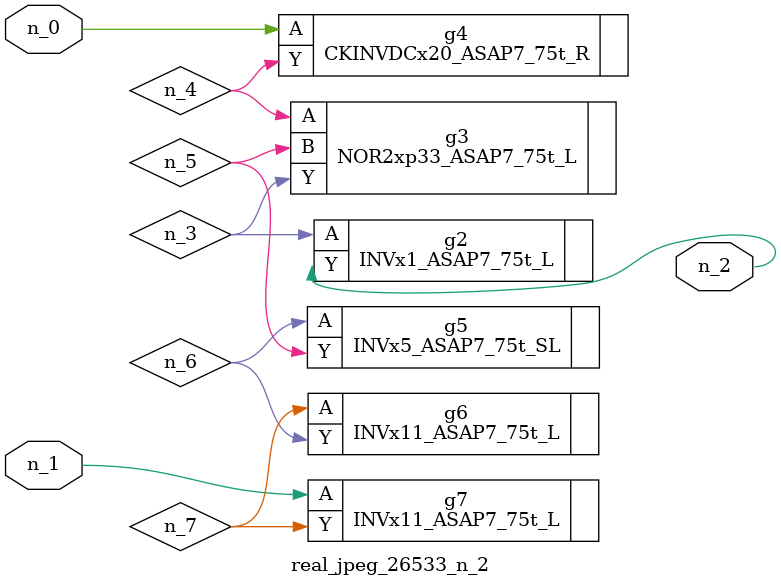
<source format=v>
module real_jpeg_26533_n_2 (n_1, n_0, n_2);

input n_1;
input n_0;

output n_2;

wire n_5;
wire n_4;
wire n_6;
wire n_7;
wire n_3;

CKINVDCx20_ASAP7_75t_R g4 ( 
.A(n_0),
.Y(n_4)
);

INVx11_ASAP7_75t_L g7 ( 
.A(n_1),
.Y(n_7)
);

INVx1_ASAP7_75t_L g2 ( 
.A(n_3),
.Y(n_2)
);

NOR2xp33_ASAP7_75t_L g3 ( 
.A(n_4),
.B(n_5),
.Y(n_3)
);

INVx5_ASAP7_75t_SL g5 ( 
.A(n_6),
.Y(n_5)
);

INVx11_ASAP7_75t_L g6 ( 
.A(n_7),
.Y(n_6)
);


endmodule
</source>
